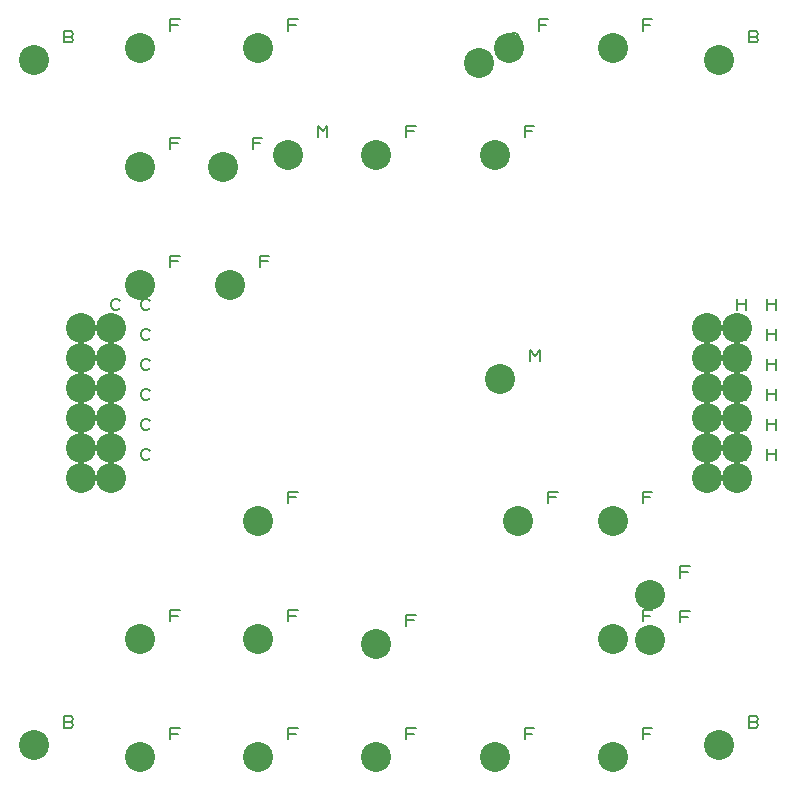
<source format=gbr>
G04 DesignSpark PCB PRO Gerber Version 10.0 Build 5299*
G04 #@! TF.Part,Single*
G04 #@! TF.FileFunction,Drillmap*
G04 #@! TF.FilePolarity,Positive*
%FSLAX35Y35*%
%MOIN*%
%ADD17C,0.00500*%
G04 #@! TA.AperFunction,ViaPad*
%ADD16C,0.10000*%
G04 #@! TD.AperFunction*
X0Y0D02*
D02*
D16*
X27953Y24016D03*
Y252362D03*
X43543Y113189D03*
Y123189D03*
Y133189D03*
Y143189D03*
Y153189D03*
Y163189D03*
X53543Y113189D03*
Y123189D03*
Y133189D03*
Y143189D03*
Y153189D03*
Y163189D03*
X63386Y20079D03*
Y59449D03*
Y177559D03*
Y216929D03*
Y256299D03*
X90945Y216929D03*
X93307Y177559D03*
X102756Y20079D03*
Y59449D03*
Y98819D03*
Y256299D03*
X112598Y220866D03*
X142126Y20079D03*
Y57874D03*
Y220866D03*
X176378Y251618D03*
X181496Y20079D03*
Y220866D03*
X183465Y146063D03*
X186220Y256299D03*
X189370Y98819D03*
X220866Y20079D03*
Y59449D03*
Y98819D03*
Y256299D03*
X233465Y59055D03*
Y74016D03*
X252205Y113189D03*
Y123189D03*
Y133189D03*
Y143189D03*
Y153189D03*
Y163189D03*
X256299Y24016D03*
Y252362D03*
X262205Y113189D03*
Y123189D03*
Y133189D03*
Y143189D03*
Y153189D03*
Y163189D03*
D02*
D17*
X40140Y31828D02*
X40765Y31516D01*
X41078Y30891D01*
X40765Y30266D01*
X40140Y29953D01*
X37953D01*
Y33703D01*
X40140D01*
X40765Y33391D01*
X41078Y32766D01*
X40765Y32141D01*
X40140Y31828D01*
X37953D01*
X40140Y260175D02*
X40765Y259862D01*
X41078Y259237D01*
X40765Y258612D01*
X40140Y258300D01*
X37953D01*
Y262050D01*
X40140D01*
X40765Y261737D01*
X41078Y261112D01*
X40765Y260487D01*
X40140Y260175D01*
X37953D01*
X56669Y119752D02*
X56356Y119439D01*
X55731Y119126D01*
X54793D01*
X54169Y119439D01*
X53856Y119752D01*
X53543Y120376D01*
Y121626D01*
X53856Y122252D01*
X54169Y122564D01*
X54793Y122876D01*
X55731D01*
X56356Y122564D01*
X56669Y122252D01*
Y129752D02*
X56356Y129439D01*
X55731Y129126D01*
X54793D01*
X54169Y129439D01*
X53856Y129752D01*
X53543Y130376D01*
Y131626D01*
X53856Y132252D01*
X54169Y132564D01*
X54793Y132876D01*
X55731D01*
X56356Y132564D01*
X56669Y132252D01*
Y139752D02*
X56356Y139439D01*
X55731Y139126D01*
X54793D01*
X54169Y139439D01*
X53856Y139752D01*
X53543Y140376D01*
Y141626D01*
X53856Y142252D01*
X54169Y142564D01*
X54793Y142876D01*
X55731D01*
X56356Y142564D01*
X56669Y142252D01*
Y149752D02*
X56356Y149439D01*
X55731Y149126D01*
X54793D01*
X54169Y149439D01*
X53856Y149752D01*
X53543Y150376D01*
Y151626D01*
X53856Y152252D01*
X54169Y152564D01*
X54793Y152876D01*
X55731D01*
X56356Y152564D01*
X56669Y152252D01*
Y159752D02*
X56356Y159439D01*
X55731Y159126D01*
X54793D01*
X54169Y159439D01*
X53856Y159752D01*
X53543Y160376D01*
Y161626D01*
X53856Y162252D01*
X54169Y162564D01*
X54793Y162876D01*
X55731D01*
X56356Y162564D01*
X56669Y162252D01*
Y169752D02*
X56356Y169439D01*
X55731Y169126D01*
X54793D01*
X54169Y169439D01*
X53856Y169752D01*
X53543Y170376D01*
Y171626D01*
X53856Y172252D01*
X54169Y172564D01*
X54793Y172876D01*
X55731D01*
X56356Y172564D01*
X56669Y172252D01*
X66669Y119752D02*
X66356Y119439D01*
X65731Y119126D01*
X64793D01*
X64169Y119439D01*
X63856Y119752D01*
X63543Y120376D01*
Y121626D01*
X63856Y122252D01*
X64169Y122564D01*
X64793Y122876D01*
X65731D01*
X66356Y122564D01*
X66669Y122252D01*
Y129752D02*
X66356Y129439D01*
X65731Y129126D01*
X64793D01*
X64169Y129439D01*
X63856Y129752D01*
X63543Y130376D01*
Y131626D01*
X63856Y132252D01*
X64169Y132564D01*
X64793Y132876D01*
X65731D01*
X66356Y132564D01*
X66669Y132252D01*
Y139752D02*
X66356Y139439D01*
X65731Y139126D01*
X64793D01*
X64169Y139439D01*
X63856Y139752D01*
X63543Y140376D01*
Y141626D01*
X63856Y142252D01*
X64169Y142564D01*
X64793Y142876D01*
X65731D01*
X66356Y142564D01*
X66669Y142252D01*
Y149752D02*
X66356Y149439D01*
X65731Y149126D01*
X64793D01*
X64169Y149439D01*
X63856Y149752D01*
X63543Y150376D01*
Y151626D01*
X63856Y152252D01*
X64169Y152564D01*
X64793Y152876D01*
X65731D01*
X66356Y152564D01*
X66669Y152252D01*
Y159752D02*
X66356Y159439D01*
X65731Y159126D01*
X64793D01*
X64169Y159439D01*
X63856Y159752D01*
X63543Y160376D01*
Y161626D01*
X63856Y162252D01*
X64169Y162564D01*
X64793Y162876D01*
X65731D01*
X66356Y162564D01*
X66669Y162252D01*
Y169752D02*
X66356Y169439D01*
X65731Y169126D01*
X64793D01*
X64169Y169439D01*
X63856Y169752D01*
X63543Y170376D01*
Y171626D01*
X63856Y172252D01*
X64169Y172564D01*
X64793Y172876D01*
X65731D01*
X66356Y172564D01*
X66669Y172252D01*
X73386Y26016D02*
Y29766D01*
X76511D01*
X75886Y27891D02*
X73386D01*
Y65386D02*
Y69136D01*
X76511D01*
X75886Y67261D02*
X73386D01*
Y183496D02*
Y187246D01*
X76511D01*
X75886Y185372D02*
X73386D01*
Y222867D02*
Y226617D01*
X76511D01*
X75886Y224742D02*
X73386D01*
Y262237D02*
Y265987D01*
X76511D01*
X75886Y264112D02*
X73386D01*
X100945Y222867D02*
Y226617D01*
X104070D01*
X103445Y224742D02*
X100945D01*
X103307Y183496D02*
Y187246D01*
X106432D01*
X105807Y185372D02*
X103307D01*
X112756Y26016D02*
Y29766D01*
X115881D01*
X115256Y27891D02*
X112756D01*
Y65386D02*
Y69136D01*
X115881D01*
X115256Y67261D02*
X112756D01*
Y104756D02*
Y108506D01*
X115881D01*
X115256Y106631D02*
X112756D01*
Y262237D02*
Y265987D01*
X115881D01*
X115256Y264112D02*
X112756D01*
X122598Y226804D02*
Y230554D01*
X124161Y228679D01*
X125724Y230554D01*
Y226804D01*
X152126Y26016D02*
Y29766D01*
X155251D01*
X154626Y27891D02*
X152126D01*
Y63811D02*
Y67561D01*
X155251D01*
X154626Y65687D02*
X152126D01*
Y226804D02*
Y230554D01*
X155251D01*
X154626Y228679D02*
X152126D01*
X188565Y259118D02*
X189503D01*
Y258806D01*
X189191Y258181D01*
X188878Y257868D01*
X188253Y257556D01*
X187628D01*
X187003Y257868D01*
X186691Y258181D01*
X186378Y258806D01*
Y260056D01*
X186691Y260681D01*
X187003Y260993D01*
X187628Y261306D01*
X188253D01*
X188878Y260993D01*
X189191Y260681D01*
X189503Y260056D01*
X191496Y26016D02*
Y29766D01*
X194621D01*
X193996Y27891D02*
X191496D01*
Y226804D02*
Y230554D01*
X194621D01*
X193996Y228679D02*
X191496D01*
X193465Y152000D02*
Y155750D01*
X195027Y153876D01*
X196590Y155750D01*
Y152000D01*
X196220Y262237D02*
Y265987D01*
X199346D01*
X198720Y264112D02*
X196220D01*
X199370Y104756D02*
Y108506D01*
X202495D01*
X201870Y106631D02*
X199370D01*
X230866Y26016D02*
Y29766D01*
X233991D01*
X233366Y27891D02*
X230866D01*
Y65386D02*
Y69136D01*
X233991D01*
X233366Y67261D02*
X230866D01*
Y104756D02*
Y108506D01*
X233991D01*
X233366Y106631D02*
X230866D01*
Y262237D02*
Y265987D01*
X233991D01*
X233366Y264112D02*
X230866D01*
X243465Y64993D02*
Y68743D01*
X246590D01*
X245965Y66868D02*
X243465D01*
Y79953D02*
Y83703D01*
X246590D01*
X245965Y81828D02*
X243465D01*
X262205Y119126D02*
Y122876D01*
Y121002D02*
X265330D01*
Y119126D02*
Y122876D01*
X262205Y129126D02*
Y132876D01*
Y131002D02*
X265330D01*
Y129126D02*
Y132876D01*
X262205Y139126D02*
Y142876D01*
Y141002D02*
X265330D01*
Y139126D02*
Y142876D01*
X262205Y149126D02*
Y152876D01*
Y151002D02*
X265330D01*
Y149126D02*
Y152876D01*
X262205Y159126D02*
Y162876D01*
Y161002D02*
X265330D01*
Y159126D02*
Y162876D01*
X262205Y169126D02*
Y172876D01*
Y171002D02*
X265330D01*
Y169126D02*
Y172876D01*
X268487Y31828D02*
X269112Y31516D01*
X269424Y30891D01*
X269112Y30266D01*
X268487Y29953D01*
X266299D01*
Y33703D01*
X268487D01*
X269112Y33391D01*
X269424Y32766D01*
X269112Y32141D01*
X268487Y31828D01*
X266299D01*
X268487Y260175D02*
X269112Y259862D01*
X269424Y259237D01*
X269112Y258612D01*
X268487Y258300D01*
X266299D01*
Y262050D01*
X268487D01*
X269112Y261737D01*
X269424Y261112D01*
X269112Y260487D01*
X268487Y260175D01*
X266299D01*
X272205Y119126D02*
Y122876D01*
Y121002D02*
X275330D01*
Y119126D02*
Y122876D01*
X272205Y129126D02*
Y132876D01*
Y131002D02*
X275330D01*
Y129126D02*
Y132876D01*
X272205Y139126D02*
Y142876D01*
Y141002D02*
X275330D01*
Y139126D02*
Y142876D01*
X272205Y149126D02*
Y152876D01*
Y151002D02*
X275330D01*
Y149126D02*
Y152876D01*
X272205Y159126D02*
Y162876D01*
Y161002D02*
X275330D01*
Y159126D02*
Y162876D01*
X272205Y169126D02*
Y172876D01*
Y171002D02*
X275330D01*
Y169126D02*
Y172876D01*
X0Y0D02*
M02*

</source>
